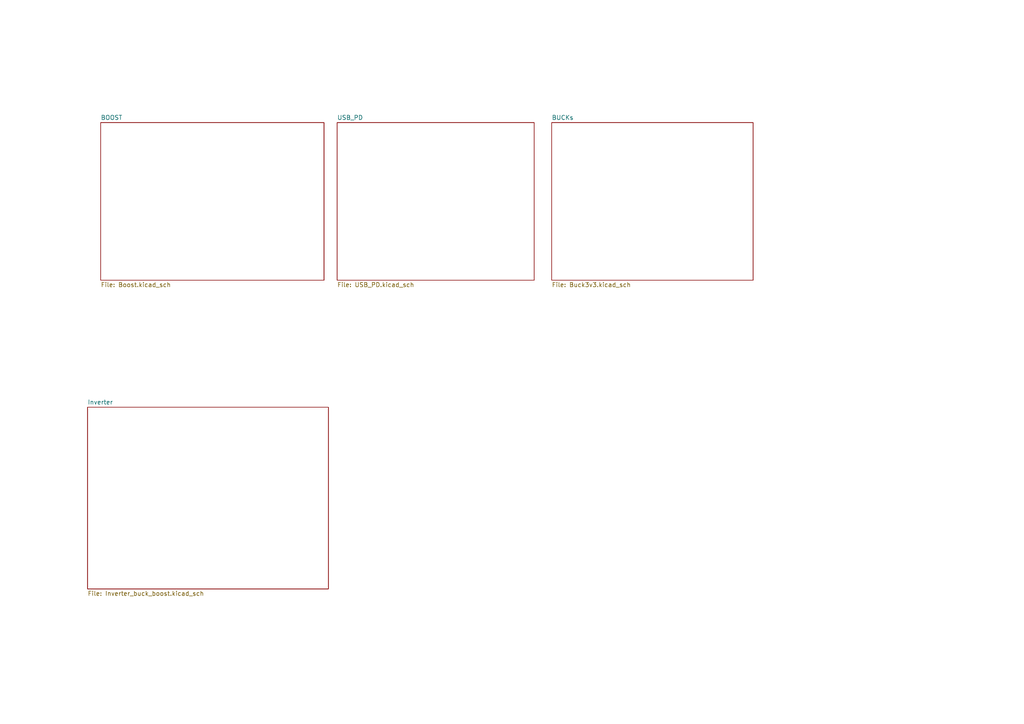
<source format=kicad_sch>
(kicad_sch (version 20230121) (generator eeschema)
  (paper "A4")
  (lib_symbols)
  (sheet (at 25.4 118.11) (size 69.85 52.705) (stroke (width 0.1524))
    (property "Sheetname" "Inverter" (at 25.4 117.3984 0) (effects (justify left bottom)))
    (property "Sheetfile" "Inverter_buck_boost.kicad_sch" (at 25.4 171.3996 0) (effects (justify left top)))
  )
  (sheet (at 29.21 35.56) (size 64.77 45.72) (stroke (width 0.1524))
    (property "Sheetname" "BOOST" (at 29.21 34.8484 0) (effects (justify left bottom)))
    (property "Sheetfile" "Boost.kicad_sch" (at 29.21 81.8646 0) (effects (justify left top)))
  )
  (sheet (at 97.79 35.56) (size 57.15 45.72) (stroke (width 0.1524))
    (property "Sheetname" "USB_PD" (at 97.79 34.8484 0) (effects (justify left bottom)))
    (property "Sheetfile" "USB_PD.kicad_sch" (at 97.79 81.8646 0) (effects (justify left top)))
  )
  (sheet (at 160.02 35.56) (size 58.42 45.72) (stroke (width 0.1524))
    (property "Sheetname" "BUCKs" (at 160.02 34.8484 0) (effects (justify left bottom)))
    (property "Sheetfile" "Buck3v3.kicad_sch" (at 160.02 81.8646 0) (effects (justify left top)))
  )
)
</source>
